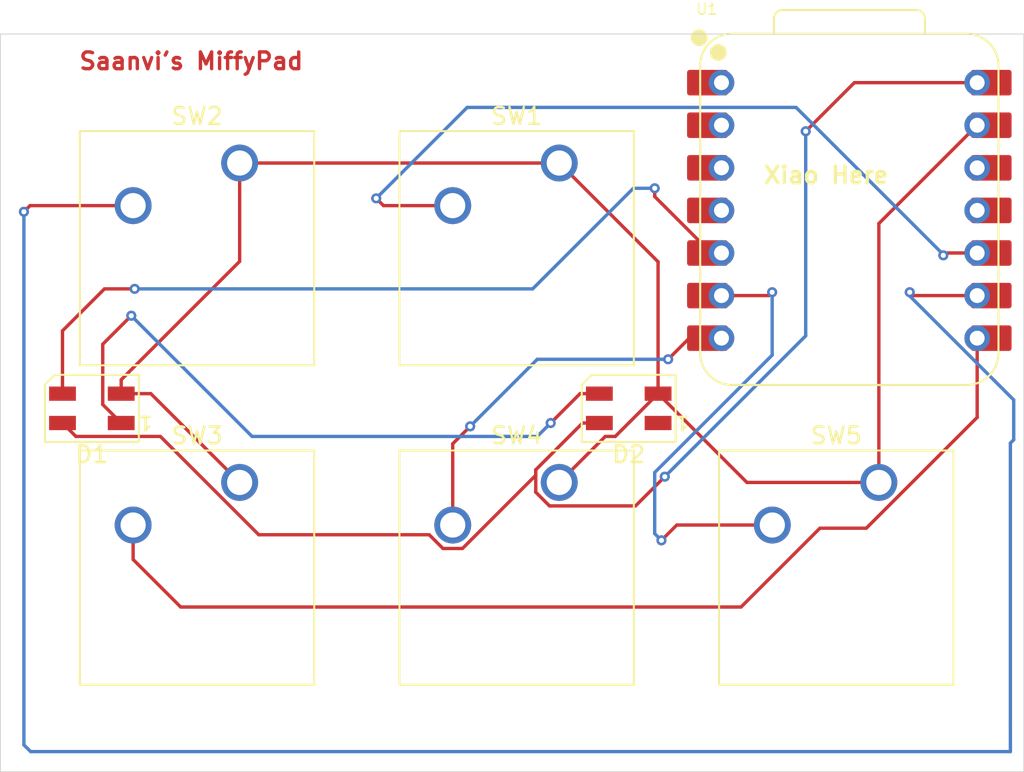
<source format=kicad_pcb>
(kicad_pcb (version 20241229) (generator "pcbnew") (generator_version "9.0")
  (layers (0 "F.Cu" signal) (2 "B.Cu" signal) (13 "F.Paste" user) (15 "B.Paste" user) (5 "F.SilkS" user "F.Silkscreen") (7 "B.SilkS" user "B.Silkscreen") (1 "F.Mask" user) (3 "B.Mask" user) (25 "Edge.Cuts" user))
  (net 0 "")
  (net 1 "Net-(D1-DOUT)")
  (net 2 "GND")
  (net 3 "+5V")
  (net 4 "Net-(D1-DIN)")
  (net 6 "Net-(U1-GPIO4{slash}MISO)")
  (net 7 "Net-(U1-GPIO2{slash}SCK)")
  (net 8 "Net-(U1-GPIO1{slash}RX)")
  (net 9 "Net-(U1-GPIO0{slash}TX)")
  (net 10 "Net-(U1-GPIO7{slash}SCL)")
  (footprint "Button_Switch_Keyboard:SW_Cherry_MX_1.00u_PCB" (layer "F.Cu") (at 43.46 118.745)
    (property "Reference" "SW3" (at -2.54 -2.794 0) (layer "F.SilkS"))
    (property "Value" "SW_Push")
    (fp_line (start -9.525 -1.905) (end 4.445 -1.905) (stroke (width 0.12)) (layer "F.SilkS"))
    (fp_line (start -9.525 12.065) (end -9.525 -1.905) (stroke (width 0.12)) (layer "F.SilkS"))
    (fp_line (start 4.445 -1.905) (end 4.445 12.065) (stroke (width 0.12)) (layer "F.SilkS"))
    (fp_line (start 4.445 12.065) (end -9.525 12.065) (stroke (width 0.12)) (layer "F.SilkS"))
    (pad "" np_thru_hole circle (at -7.62 5.08) (size 1.7 1.7) (drill 1.7) (layers "*.Cu" "*.Mask"))
    (pad "" np_thru_hole circle (at -2.54 5.08) (size 4 4) (drill 4) (layers "*.Cu" "*.Mask"))
    (pad "" np_thru_hole circle (at 2.54 5.08) (size 1.7 1.7) (drill 1.7) (layers "*.Cu" "*.Mask"))
    (pad "1" thru_hole circle (at 0 0) (size 2.2 2.2) (drill 1.5) (layers "*.Cu" "*.Mask") (net 2 "GND"))
    (pad "2" thru_hole circle (at -6.35 2.54) (size 2.2 2.2) (drill 1.5) (layers "*.Cu" "*.Mask") (net 8 "Net-(U1-GPIO1{slash}RX)"))
  )
  (footprint "LED_SMD:LED_SK6812MINI_PLCC4_3.5x3.5mm_P1.75mm" (layer "F.Cu") (at 34.65 114.325 180)
    (property "Reference" "D1" (at 0 -2.75 0) (layer "F.SilkS"))
    (property "Value" "SK6812MINI")
    (fp_line (start 2.8 1.4) (end 2.8 -2) (stroke (width 0.12)) (layer "F.SilkS"))
    (fp_line (start 2.8 1.4) (end 2.2 2) (stroke (width 0.12)) (layer "F.SilkS"))
    (fp_line (start -2.8 2) (end 2.2 2) (stroke (width 0.12)) (layer "F.SilkS"))
    (fp_line (start -2.8 -2) (end 2.8 -2) (stroke (width 0.12)) (layer "F.SilkS"))
    (fp_line (start -2.8 -2) (end -2.8 2) (stroke (width 0.12)) (layer "F.SilkS"))
    (fp_text user "1" (at -3.2 -0.875 180) (layer "F.SilkS") (effects (font (size 0.8 0.8))))
    (pad "1" smd rect (at -1.75 -0.875 180) (size 1.6 0.85) (layers "F.Cu" "F.Mask" "F.Paste") (net 1 "Net-(D1-DOUT)"))
    (pad "2" smd rect (at -1.75 0.875 180) (size 1.6 0.85) (layers "F.Cu" "F.Mask" "F.Paste") (net 2 "GND"))
    (pad "3" smd rect (at 1.75 0.875 180) (size 1.6 0.85) (layers "F.Cu" "F.Mask" "F.Paste") (net 4 "Net-(D1-DIN)"))
    (pad "4" smd rect (at 1.75 -0.875 180) (size 1.6 0.85) (layers "F.Cu" "F.Mask" "F.Paste") (net 3 "+5V"))
  )
  (footprint "LED_SMD:LED_SK6812MINI_PLCC4_3.5x3.5mm_P1.75mm" (layer "F.Cu") (at 66.65 114.325 180)
    (property "Reference" "D2" (at 0 -2.75 0) (layer "F.SilkS"))
    (property "Value" "SK6812MINI")
    (fp_line (start 2.8 1.4) (end 2.8 -2) (stroke (width 0.12)) (layer "F.SilkS"))
    (fp_line (start 2.8 1.4) (end 2.2 2) (stroke (width 0.12)) (layer "F.SilkS"))
    (fp_line (start -2.8 2) (end 2.2 2) (stroke (width 0.12)) (layer "F.SilkS"))
    (fp_line (start -2.8 -2) (end 2.8 -2) (stroke (width 0.12)) (layer "F.SilkS"))
    (fp_line (start -2.8 -2) (end -2.8 2) (stroke (width 0.12)) (layer "F.SilkS"))
    (fp_text user "1" (at -3.2 -0.875 180) (layer "F.SilkS") (effects (font (size 0.8 0.8))))
    (pad "1" smd rect (at -1.75 -0.875 180) (size 1.6 0.85) (layers "F.Cu" "F.Mask" "F.Paste"))
    (pad "2" smd rect (at -1.75 0.875 180) (size 1.6 0.85) (layers "F.Cu" "F.Mask" "F.Paste") (net 2 "GND"))
    (pad "3" smd rect (at 1.75 0.875 180) (size 1.6 0.85) (layers "F.Cu" "F.Mask" "F.Paste") (net 1 "Net-(D1-DOUT)"))
    (pad "4" smd rect (at 1.75 -0.875 180) (size 1.6 0.85) (layers "F.Cu" "F.Mask" "F.Paste") (net 3 "+5V"))
  )
  (footprint "Button_Switch_Keyboard:SW_Cherry_MX_1.00u_PCB" (layer "F.Cu") (at 62.51 99.695)
    (property "Reference" "SW1" (at -2.54 -2.794 0) (layer "F.SilkS"))
    (property "Value" "SW_Push")
    (fp_line (start -9.525 -1.905) (end 4.445 -1.905) (stroke (width 0.12)) (layer "F.SilkS"))
    (fp_line (start -9.525 12.065) (end -9.525 -1.905) (stroke (width 0.12)) (layer "F.SilkS"))
    (fp_line (start 4.445 -1.905) (end 4.445 12.065) (stroke (width 0.12)) (layer "F.SilkS"))
    (fp_line (start 4.445 12.065) (end -9.525 12.065) (stroke (width 0.12)) (layer "F.SilkS"))
    (pad "" np_thru_hole circle (at -7.62 5.08) (size 1.7 1.7) (drill 1.7) (layers "*.Cu" "*.Mask"))
    (pad "" np_thru_hole circle (at -2.54 5.08) (size 4 4) (drill 4) (layers "*.Cu" "*.Mask"))
    (pad "" np_thru_hole circle (at 2.54 5.08) (size 1.7 1.7) (drill 1.7) (layers "*.Cu" "*.Mask"))
    (pad "1" thru_hole circle (at 0 0) (size 2.2 2.2) (drill 1.5) (layers "*.Cu" "*.Mask") (net 2 "GND"))
    (pad "2" thru_hole circle (at -6.35 2.54) (size 2.2 2.2) (drill 1.5) (layers "*.Cu" "*.Mask") (net 6 "Net-(U1-GPIO4{slash}MISO)"))
  )
  (footprint "Button_Switch_Keyboard:SW_Cherry_MX_1.00u_PCB" (layer "F.Cu") (at 81.56 118.745)
    (property "Reference" "SW5" (at -2.54 -2.794 0) (layer "F.SilkS"))
    (property "Value" "SW_Push")
    (fp_line (start -9.525 -1.905) (end 4.445 -1.905) (stroke (width 0.12)) (layer "F.SilkS"))
    (fp_line (start -9.525 12.065) (end -9.525 -1.905) (stroke (width 0.12)) (layer "F.SilkS"))
    (fp_line (start 4.445 -1.905) (end 4.445 12.065) (stroke (width 0.12)) (layer "F.SilkS"))
    (fp_line (start 4.445 12.065) (end -9.525 12.065) (stroke (width 0.12)) (layer "F.SilkS"))
    (pad "" np_thru_hole circle (at -7.62 5.08) (size 1.7 1.7) (drill 1.7) (layers "*.Cu" "*.Mask"))
    (pad "" np_thru_hole circle (at -2.54 5.08) (size 4 4) (drill 4) (layers "*.Cu" "*.Mask"))
    (pad "" np_thru_hole circle (at 2.54 5.08) (size 1.7 1.7) (drill 1.7) (layers "*.Cu" "*.Mask"))
    (pad "1" thru_hole circle (at 0 0) (size 2.2 2.2) (drill 1.5) (layers "*.Cu" "*.Mask") (net 2 "GND"))
    (pad "2" thru_hole circle (at -6.35 2.54) (size 2.2 2.2) (drill 1.5) (layers "*.Cu" "*.Mask") (net 10 "Net-(U1-GPIO7{slash}SCL)"))
  )
  (footprint "Button_Switch_Keyboard:SW_Cherry_MX_1.00u_PCB" (layer "F.Cu") (at 43.46 99.695)
    (property "Reference" "SW2" (at -2.54 -2.794 0) (layer "F.SilkS"))
    (property "Value" "SW_Push")
    (fp_line (start -9.525 -1.905) (end 4.445 -1.905) (stroke (width 0.12)) (layer "F.SilkS"))
    (fp_line (start -9.525 12.065) (end -9.525 -1.905) (stroke (width 0.12)) (layer "F.SilkS"))
    (fp_line (start 4.445 -1.905) (end 4.445 12.065) (stroke (width 0.12)) (layer "F.SilkS"))
    (fp_line (start 4.445 12.065) (end -9.525 12.065) (stroke (width 0.12)) (layer "F.SilkS"))
    (pad "" np_thru_hole circle (at -7.62 5.08) (size 1.7 1.7) (drill 1.7) (layers "*.Cu" "*.Mask"))
    (pad "" np_thru_hole circle (at -2.54 5.08) (size 4 4) (drill 4) (layers "*.Cu" "*.Mask"))
    (pad "" np_thru_hole circle (at 2.54 5.08) (size 1.7 1.7) (drill 1.7) (layers "*.Cu" "*.Mask"))
    (pad "1" thru_hole circle (at 0 0) (size 2.2 2.2) (drill 1.5) (layers "*.Cu" "*.Mask") (net 2 "GND"))
    (pad "2" thru_hole circle (at -6.35 2.54) (size 2.2 2.2) (drill 1.5) (layers "*.Cu" "*.Mask") (net 7 "Net-(U1-GPIO2{slash}SCK)"))
  )
  (footprint "OPL:XIAO-RP2040-DIP" (layer "F.Cu") (at 79.8 102.52)
    (property "Reference" "U1" (at -8.5 -12 0) (layer "F.SilkS") (effects (font (size 0.635 0.635) (thickness 0.1016))))
    (property "Value" "XIAO-RP2040-DIP")
    (fp_line (start -8.89 8.509) (end -8.89 -8.636) (stroke (width 0.127)) (layer "F.SilkS"))
    (fp_line (start -6.985 10.414) (end 6.985 10.414) (stroke (width 0.127)) (layer "F.SilkS"))
    (fp_line (start -4.495 -10.541) (end -4.491272 -11.451272) (stroke (width 0.127)) (layer "F.SilkS"))
    (fp_line (start -3.991272 -11.951) (end 4.004 -11.951) (stroke (width 0.127)) (layer "F.SilkS"))
    (fp_line (start 4.504 -11.451) (end 4.504 -10.541) (stroke (width 0.127)) (layer "F.SilkS"))
    (fp_line (start 6.985 -10.541) (end -6.985 -10.541) (stroke (width 0.1)) (layer "F.SilkS"))
    (fp_line (start 6.985 -10.541) (end -6.985 -10.541) (stroke (width 0.127)) (layer "F.SilkS"))
    (fp_line (start 8.89 8.509) (end 8.89 -8.636) (stroke (width 0.127)) (layer "F.SilkS"))
    (fp_arc (start -8.89 -8.636) (mid -8.332038 -9.983038) (end -6.985 -10.541) (stroke (width 0.127)) (layer "F.SilkS"))
    (fp_arc (start -6.985 10.414) (mid -8.332038 9.856038) (end -8.89 8.509) (stroke (width 0.127)) (layer "F.SilkS"))
    (fp_arc (start -4.491272 -11.451272) (mid -4.344728 -11.80464) (end -3.991272 -11.951) (stroke (width 0.127)) (layer "F.SilkS"))
    (fp_arc (start 4.004 -11.951) (mid 4.357553 -11.804553) (end 4.504 -11.451) (stroke (width 0.127)) (layer "F.SilkS"))
    (fp_arc (start 6.985 -10.541) (mid 8.332038 -9.983038) (end 8.89 -8.636) (stroke (width 0.127)) (layer "F.SilkS"))
    (fp_arc (start 8.89 8.509) (mid 8.332038 9.856038) (end 6.985 10.414) (stroke (width 0.127)) (layer "F.SilkS"))
    (fp_circle (center -8.95 -10.3) (end -8.95 -10.554) (stroke (width 0.5)) (fill yes) (layer "F.SilkS"))
    (fp_circle (center -7.807 -9.42) (end -7.807 -9.674) (stroke (width 0.5)) (fill yes) (layer "F.SilkS"))
    (pad "1" smd roundrect (at -8.455 -7.62 180) (size 2.432 1.524) (layers "F.Cu" "F.Mask") (roundrect_rratio 0.1))
    (pad "1" thru_hole circle (at -7.62 -7.62 180) (size 1.524 1.524) (drill 0.889) (layers "*.Cu" "*.Mask"))
    (pad "2" smd roundrect (at -8.455 -5.08 180) (size 2.432 1.524) (layers "F.Cu" "F.Mask") (roundrect_rratio 0.1))
    (pad "2" thru_hole circle (at -7.62 -5.08 180) (size 1.524 1.524) (drill 0.889) (layers "*.Cu" "*.Mask"))
    (pad "3" smd roundrect (at -8.455 -2.54 180) (size 2.432 1.524) (layers "F.Cu" "F.Mask") (roundrect_rratio 0.1))
    (pad "3" thru_hole circle (at -7.62 -2.54 180) (size 1.524 1.524) (drill 0.889) (layers "*.Cu" "*.Mask"))
    (pad "4" smd roundrect (at -8.455 0 180) (size 2.432 1.524) (layers "F.Cu" "F.Mask") (roundrect_rratio 0.1))
    (pad "4" thru_hole circle (at -7.62 0 180) (size 1.524 1.524) (drill 0.889) (layers "*.Cu" "*.Mask"))
    (pad "5" smd roundrect (at -8.455 2.54 180) (size 2.432 1.524) (layers "F.Cu" "F.Mask") (roundrect_rratio 0.1) (net 4 "Net-(D1-DIN)"))
    (pad "5" thru_hole circle (at -7.62 2.54 180) (size 1.524 1.524) (drill 0.889) (layers "*.Cu" "*.Mask") (net 4 "Net-(D1-DIN)"))
    (pad "6" smd roundrect (at -8.455 5.08 180) (size 2.432 1.524) (layers "F.Cu" "F.Mask") (roundrect_rratio 0.1) (net 10 "Net-(U1-GPIO7{slash}SCL)"))
    (pad "6" thru_hole circle (at -7.62 5.08 180) (size 1.524 1.524) (drill 0.889) (layers "*.Cu" "*.Mask") (net 10 "Net-(U1-GPIO7{slash}SCL)"))
    (pad "7" smd roundrect (at -8.455 7.62 180) (size 2.432 1.524) (layers "F.Cu" "F.Mask") (roundrect_rratio 0.1) (net 9 "Net-(U1-GPIO0{slash}TX)"))
    (pad "7" thru_hole circle (at -7.62 7.62 180) (size 1.524 1.524) (drill 0.889) (layers "*.Cu" "*.Mask") (net 9 "Net-(U1-GPIO0{slash}TX)"))
    (pad "8" thru_hole circle (at 7.62 7.62) (size 1.524 1.524) (drill 0.889) (layers "*.Cu" "*.Mask") (net 8 "Net-(U1-GPIO1{slash}RX)"))
    (pad "8" smd roundrect (at 8.455 7.62) (size 2.432 1.524) (layers "F.Cu" "F.Mask") (roundrect_rratio 0.1) (net 8 "Net-(U1-GPIO1{slash}RX)"))
    (pad "9" thru_hole circle (at 7.62 5.08) (size 1.524 1.524) (drill 0.889) (layers "*.Cu" "*.Mask") (net 7 "Net-(U1-GPIO2{slash}SCK)"))
    (pad "9" smd roundrect (at 8.455 5.08) (size 2.432 1.524) (layers "F.Cu" "F.Mask") (roundrect_rratio 0.1) (net 7 "Net-(U1-GPIO2{slash}SCK)"))
    (pad "10" thru_hole circle (at 7.62 2.54) (size 1.524 1.524) (drill 0.889) (layers "*.Cu" "*.Mask") (net 6 "Net-(U1-GPIO4{slash}MISO)"))
    (pad "10" smd roundrect (at 8.455 2.54) (size 2.432 1.524) (layers "F.Cu" "F.Mask") (roundrect_rratio 0.1) (net 6 "Net-(U1-GPIO4{slash}MISO)"))
    (pad "11" thru_hole circle (at 7.62 0) (size 1.524 1.524) (drill 0.889) (layers "*.Cu" "*.Mask"))
    (pad "11" smd roundrect (at 8.455 0) (size 2.432 1.524) (layers "F.Cu" "F.Mask") (roundrect_rratio 0.1))
    (pad "12" thru_hole circle (at 7.62 -2.54) (size 1.524 1.524) (drill 0.889) (layers "*.Cu" "*.Mask"))
    (pad "12" smd roundrect (at 8.455 -2.54) (size 2.432 1.524) (layers "F.Cu" "F.Mask") (roundrect_rratio 0.1))
    (pad "13" thru_hole circle (at 7.62 -5.08) (size 1.524 1.524) (drill 0.889) (layers "*.Cu" "*.Mask") (net 2 "GND"))
    (pad "13" smd roundrect (at 8.455 -5.08) (size 2.432 1.524) (layers "F.Cu" "F.Mask") (roundrect_rratio 0.1) (net 2 "GND"))
    (pad "14" thru_hole circle (at 7.62 -7.62) (size 1.524 1.524) (drill 0.889) (layers "*.Cu" "*.Mask") (net 3 "+5V"))
    (pad "14" smd roundrect (at 8.455 -7.62) (size 2.432 1.524) (layers "F.Cu" "F.Mask") (roundrect_rratio 0.1) (net 3 "+5V"))
  )
  (footprint "Button_Switch_Keyboard:SW_Cherry_MX_1.00u_PCB" (layer "F.Cu") (at 62.51 118.745)
    (property "Reference" "SW4" (at -2.54 -2.794 0) (layer "F.SilkS"))
    (property "Value" "SW_Push")
    (fp_line (start -9.525 -1.905) (end 4.445 -1.905) (stroke (width 0.12)) (layer "F.SilkS"))
    (fp_line (start -9.525 12.065) (end -9.525 -1.905) (stroke (width 0.12)) (layer "F.SilkS"))
    (fp_line (start 4.445 -1.905) (end 4.445 12.065) (stroke (width 0.12)) (layer "F.SilkS"))
    (fp_line (start 4.445 12.065) (end -9.525 12.065) (stroke (width 0.12)) (layer "F.SilkS"))
    (pad "" np_thru_hole circle (at -7.62 5.08) (size 1.7 1.7) (drill 1.7) (layers "*.Cu" "*.Mask"))
    (pad "" np_thru_hole circle (at -2.54 5.08) (size 4 4) (drill 4) (layers "*.Cu" "*.Mask"))
    (pad "" np_thru_hole circle (at 2.54 5.08) (size 1.7 1.7) (drill 1.7) (layers "*.Cu" "*.Mask"))
    (pad "1" thru_hole circle (at 0 0) (size 2.2 2.2) (drill 1.5) (layers "*.Cu" "*.Mask") (net 2 "GND"))
    (pad "2" thru_hole circle (at -6.35 2.54) (size 2.2 2.2) (drill 1.5) (layers "*.Cu" "*.Mask") (net 9 "Net-(U1-GPIO0{slash}TX)"))
  )
  (gr_rect (start 29.2 92) (end 90.2 136) (stroke (width 0.05)) (fill no) (layer "Edge.Cuts"))
  (gr_text "Saanvi's MiffyPad" (at 33.8 94.2 0) (layer "F.Cu") (effects (font (size 1 1) (thickness 0.2) (bold yes)) (justify left bottom)))
  (gr_text "Xiao Here" (at 74.6 101 0) (layer "F.SilkS") (effects (font (size 1 1) (thickness 0.2) (bold yes)) (justify left bottom)))
  (segment (start 35.299 114.099) (end 35.299 110.501) (width 0.2) (layer "F.Cu") (net 1))
  (segment (start 36.4 115.2) (end 35.299 114.099) (width 0.2) (layer "F.Cu") (net 1))
  (segment (start 35.299 110.501) (end 37 108.8) (width 0.2) (layer "F.Cu") (net 1))
  (segment (start 62 115.2) (end 63.75 113.45) (width 0.2) (layer "F.Cu") (net 1))
  (segment (start 63.75 113.45) (end 64.9 113.45) (width 0.2) (layer "F.Cu") (net 1))
  (via (at 37 108.8) (size 0.6) (drill 0.3) (layers "F.Cu" "B.Cu") (net 1))
  (via (at 62 115.2) (size 0.6) (drill 0.3) (layers "F.Cu" "B.Cu") (net 1))
  (segment (start 37 108.8) (end 44.201 116.001) (width 0.2) (layer "B.Cu") (net 1))
  (segment (start 44.201 116.001) (end 61.199 116.001) (width 0.2) (layer "B.Cu") (net 1))
  (segment (start 61.199 116.001) (end 62 115.2) (width 0.2) (layer "B.Cu") (net 1))
  (segment (start 38.165 113.45) (end 43.46 118.745) (width 0.2) (layer "F.Cu") (net 2))
  (segment (start 43.46 99.695) (end 43.46 105.559816) (width 0.2) (layer "F.Cu") (net 2))
  (segment (start 73.695 118.745) (end 68.4 113.45) (width 0.2) (layer "F.Cu") (net 2))
  (segment (start 87.42 97.44) (end 81.56 103.3) (width 0.2) (layer "F.Cu") (net 2))
  (segment (start 62.51 99.695) (end 43.46 99.695) (width 0.2) (layer "F.Cu") (net 2))
  (segment (start 65.255 116) (end 62.51 118.745) (width 0.2) (layer "F.Cu") (net 2))
  (segment (start 36.4 113.45) (end 38.165 113.45) (width 0.2) (layer "F.Cu") (net 2))
  (segment (start 36.4 112.619816) (end 36.4 113.45) (width 0.2) (layer "F.Cu") (net 2))
  (segment (start 68.4 113.45) (end 68.4 105.585) (width 0.2) (layer "F.Cu") (net 2))
  (segment (start 81.56 103.3) (end 81.56 118.745) (width 0.2) (layer "F.Cu") (net 2))
  (segment (start 43.46 105.559816) (end 36.4 112.619816) (width 0.2) (layer "F.Cu") (net 2))
  (segment (start 68.4 105.585) (end 62.51 99.695) (width 0.2) (layer "F.Cu") (net 2))
  (segment (start 68.4 113.45) (end 65.85 116) (width 0.2) (layer "F.Cu") (net 2))
  (segment (start 65.85 116) (end 65.255 116) (width 0.2) (layer "F.Cu") (net 2))
  (segment (start 81.56 118.745) (end 73.695 118.745) (width 0.2) (layer "F.Cu") (net 2))
  (segment (start 56.740314 122.686) (end 61.109 118.317314) (width 0.2) (layer "F.Cu") (net 3))
  (segment (start 44.599 121.865314) (end 54.759 121.865314) (width 0.2) (layer "F.Cu") (net 3))
  (segment (start 80.1 94.9) (end 77.2 97.8) (width 0.2) (layer "F.Cu") (net 3))
  (segment (start 33.7 116) (end 38.733686 116) (width 0.2) (layer "F.Cu") (net 3))
  (segment (start 87.42 94.9) (end 88.255 94.9) (width 0.2) (layer "F.Cu") (net 3))
  (segment (start 54.759 121.865314) (end 55.579686 122.686) (width 0.2) (layer "F.Cu") (net 3))
  (segment (start 67.054 120.146) (end 61.929686 120.146) (width 0.2) (layer "F.Cu") (net 3))
  (segment (start 87.42 94.9) (end 80.1 94.9) (width 0.2) (layer "F.Cu") (net 3))
  (segment (start 55.579686 122.686) (end 56.740314 122.686) (width 0.2) (layer "F.Cu") (net 3))
  (segment (start 68.8 118.4) (end 67.054 120.146) (width 0.2) (layer "F.Cu") (net 3))
  (segment (start 61.109 118.317314) (end 61.109 117.991) (width 0.2) (layer "F.Cu") (net 3))
  (segment (start 38.733686 116) (end 44.599 121.865314) (width 0.2) (layer "F.Cu") (net 3))
  (segment (start 63.9 115.2) (end 64.9 115.2) (width 0.2) (layer "F.Cu") (net 3))
  (segment (start 32.9 115.2) (end 33.7 116) (width 0.2) (layer "F.Cu") (net 3))
  (segment (start 61.929686 120.146) (end 61.109 119.325314) (width 0.2) (layer "F.Cu") (net 3))
  (segment (start 61.109 117.991) (end 63.9 115.2) (width 0.2) (layer "F.Cu") (net 3))
  (segment (start 61.109 119.325314) (end 61.109 117.991) (width 0.2) (layer "F.Cu") (net 3))
  (via (at 77.2 97.8) (size 0.6) (drill 0.3) (layers "F.Cu" "B.Cu") (net 3))
  (via (at 68.8 118.4) (size 0.6) (drill 0.3) (layers "F.Cu" "B.Cu") (net 3))
  (segment (start 77.2 97.8) (end 77.2 110) (width 0.2) (layer "B.Cu") (net 3))
  (segment (start 77.2 110) (end 68.8 118.4) (width 0.2) (layer "B.Cu") (net 3))
  (segment (start 68.2 101.2) (end 68.2 101.693626) (width 0.2) (layer "F.Cu") (net 4))
  (segment (start 68.2 101.693626) (end 71.566374 105.06) (width 0.2) (layer "F.Cu") (net 4))
  (segment (start 35.4 107.2) (end 37.2 107.2) (width 0.2) (layer "F.Cu") (net 4))
  (segment (start 32.9 109.7) (end 35.2 107.4) (width 0.2) (layer "F.Cu") (net 4))
  (segment (start 35.2 107.4) (end 35.4 107.2) (width 0.2) (layer "F.Cu") (net 4))
  (segment (start 71.566374 105.06) (end 72.18 105.06) (width 0.2) (layer "F.Cu") (net 4))
  (segment (start 32.9 113.45) (end 32.9 109.7) (width 0.2) (layer "F.Cu") (net 4))
  (via (at 68.2 101.2) (size 0.6) (drill 0.3) (layers "F.Cu" "B.Cu") (net 4))
  (via (at 37.2 107.2) (size 0.6) (drill 0.3) (layers "F.Cu" "B.Cu") (net 4))
  (segment (start 37.2 107.2) (end 60.92653 107.2) (width 0.2) (layer "B.Cu") (net 4))
  (segment (start 66.92653 101.2) (end 68.2 101.2) (width 0.2) (layer "B.Cu") (net 4))
  (segment (start 60.92653 107.2) (end 66.92653 101.2) (width 0.2) (layer "B.Cu") (net 4))
  (segment (start 52.035 102.235) (end 56.16 102.235) (width 0.2) (layer "F.Cu") (net 6))
  (segment (start 85.54 105.06) (end 85.4 105.2) (width 0.2) (layer "F.Cu") (net 6))
  (segment (start 87.42 105.06) (end 85.54 105.06) (width 0.2) (layer "F.Cu") (net 6))
  (segment (start 51.6 101.8) (end 52.035 102.235) (width 0.2) (layer "F.Cu") (net 6))
  (via (at 85.4 105.2) (size 0.6) (drill 0.3) (layers "F.Cu" "B.Cu") (net 6))
  (via (at 51.6 101.8) (size 0.6) (drill 0.3) (layers "F.Cu" "B.Cu") (net 6))
  (segment (start 85.4 105.150057) (end 76.626943 96.377) (width 0.2) (layer "B.Cu") (net 6))
  (segment (start 76.626943 96.377) (end 57.023 96.377) (width 0.2) (layer "B.Cu") (net 6))
  (segment (start 85.4 105.2) (end 85.4 105.150057) (width 0.2) (layer "B.Cu") (net 6))
  (segment (start 57.023 96.377) (end 51.6 101.8) (width 0.2) (layer "B.Cu") (net 6))
  (segment (start 30.965 102.235) (end 37.11 102.235) (width 0.2) (layer "F.Cu") (net 7))
  (segment (start 87.42 107.6) (end 83.6 107.6) (width 0.2) (layer "F.Cu") (net 7))
  (segment (start 30.6 102.6) (end 30.965 102.235) (width 0.2) (layer "F.Cu") (net 7))
  (segment (start 83.6 107.6) (end 83.4 107.4) (width 0.2) (layer "F.Cu") (net 7))
  (via (at 83.4 107.4) (size 0.6) (drill 0.3) (layers "F.Cu" "B.Cu") (net 7))
  (via (at 30.6 102.6) (size 0.6) (drill 0.3) (layers "F.Cu" "B.Cu") (net 7))
  (segment (start 89.599 116.2) (end 89.4 116.399) (width 0.2) (layer "B.Cu") (net 7))
  (segment (start 89.4 116.399) (end 89.4 133.2) (width 0.2) (layer "B.Cu") (net 7))
  (segment (start 31 134.8) (end 30.6 134.4) (width 0.2) (layer "B.Cu") (net 7))
  (segment (start 30.6 134.4) (end 30.6 102.6) (width 0.2) (layer "B.Cu") (net 7))
  (segment (start 89.4 133.2) (end 89.4 134.8) (width 0.2) (layer "B.Cu") (net 7))
  (segment (start 89.4 134.8) (end 31 134.8) (width 0.2) (layer "B.Cu") (net 7))
  (segment (start 83.4 107.62331) (end 89.599 113.82231) (width 0.2) (layer "B.Cu") (net 7))
  (segment (start 83.4 107.4) (end 83.4 107.62331) (width 0.2) (layer "B.Cu") (net 7))
  (segment (start 89.599 113.82231) (end 89.599 116.2) (width 0.2) (layer "B.Cu") (net 7))
  (segment (start 80.812314 121.474) (end 78.046184 121.474) (width 0.2) (layer "F.Cu") (net 8))
  (segment (start 73.344184 126.176) (end 39.946184 126.176) (width 0.2) (layer "F.Cu") (net 8))
  (segment (start 87.42 110.14) (end 87.42 114.866314) (width 0.2) (layer "F.Cu") (net 8))
  (segment (start 39.946184 126.176) (end 37.11 123.339816) (width 0.2) (layer "F.Cu") (net 8))
  (segment (start 37.11 123.339816) (end 37.11 121.285) (width 0.2) (layer "F.Cu") (net 8))
  (segment (start 87.42 114.866314) (end 80.812314 121.474) (width 0.2) (layer "F.Cu") (net 8))
  (segment (start 78.046184 121.474) (end 73.344184 126.176) (width 0.2) (layer "F.Cu") (net 8))
  (segment (start 56.16 116.44) (end 56.16 121.285) (width 0.2) (layer "F.Cu") (net 9))
  (segment (start 57.2 115.4) (end 56.16 116.44) (width 0.2) (layer "F.Cu") (net 9))
  (segment (start 70.26 110.14) (end 69 111.4) (width 0.2) (layer "F.Cu") (net 9))
  (segment (start 72.18 110.14) (end 70.26 110.14) (width 0.2) (layer "F.Cu") (net 9))
  (segment (start 72.18 110.14) (end 71.345 110.14) (width 0.2) (layer "F.Cu") (net 9))
  (via (at 69 111.4) (size 0.6) (drill 0.3) (layers "F.Cu" "B.Cu") (net 9))
  (via (at 57.2 115.4) (size 0.6) (drill 0.3) (layers "F.Cu" "B.Cu") (net 9))
  (segment (start 69 111.4) (end 61.2 111.4) (width 0.2) (layer "B.Cu") (net 9))
  (segment (start 61.2 111.4) (end 57.2 115.4) (width 0.2) (layer "B.Cu") (net 9))
  (segment (start 75 107.6) (end 75.2 107.4) (width 0.2) (layer "F.Cu") (net 10))
  (segment (start 69.515 121.285) (end 75.21 121.285) (width 0.2) (layer "F.Cu") (net 10))
  (segment (start 68.6 122.2) (end 69.515 121.285) (width 0.2) (layer "F.Cu") (net 10))
  (segment (start 72.18 107.6) (end 75 107.6) (width 0.2) (layer "F.Cu") (net 10))
  (via (at 68.6 122.2) (size 0.6) (drill 0.3) (layers "F.Cu" "B.Cu") (net 10))
  (via (at 75.2 107.4) (size 0.6) (drill 0.3) (layers "F.Cu" "B.Cu") (net 10))
  (segment (start 75.2 107.4) (end 75.2 111.150057) (width 0.2) (layer "B.Cu") (net 10))
  (segment (start 68.199 118.151057) (end 68.199 121.799) (width 0.2) (layer "B.Cu") (net 10))
  (segment (start 68.199 121.799) (end 68.6 122.2) (width 0.2) (layer "B.Cu") (net 10))
  (segment (start 75.2 111.150057) (end 68.199 118.151057) (width 0.2) (layer "B.Cu") (net 10))
)
</source>
